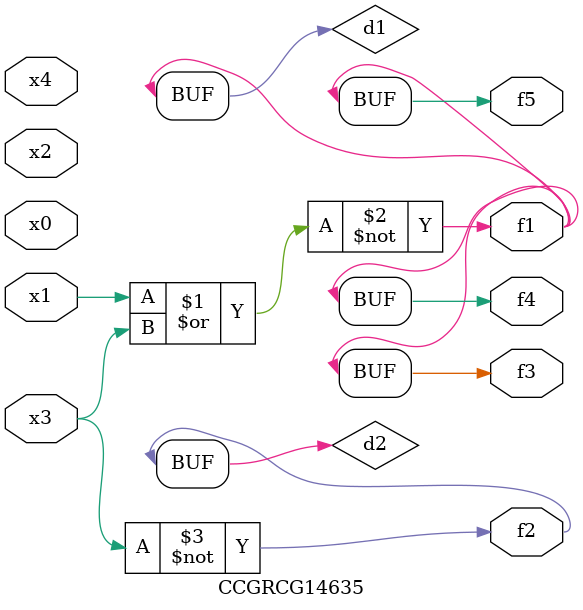
<source format=v>
module CCGRCG14635(
	input x0, x1, x2, x3, x4,
	output f1, f2, f3, f4, f5
);

	wire d1, d2;

	nor (d1, x1, x3);
	not (d2, x3);
	assign f1 = d1;
	assign f2 = d2;
	assign f3 = d1;
	assign f4 = d1;
	assign f5 = d1;
endmodule

</source>
